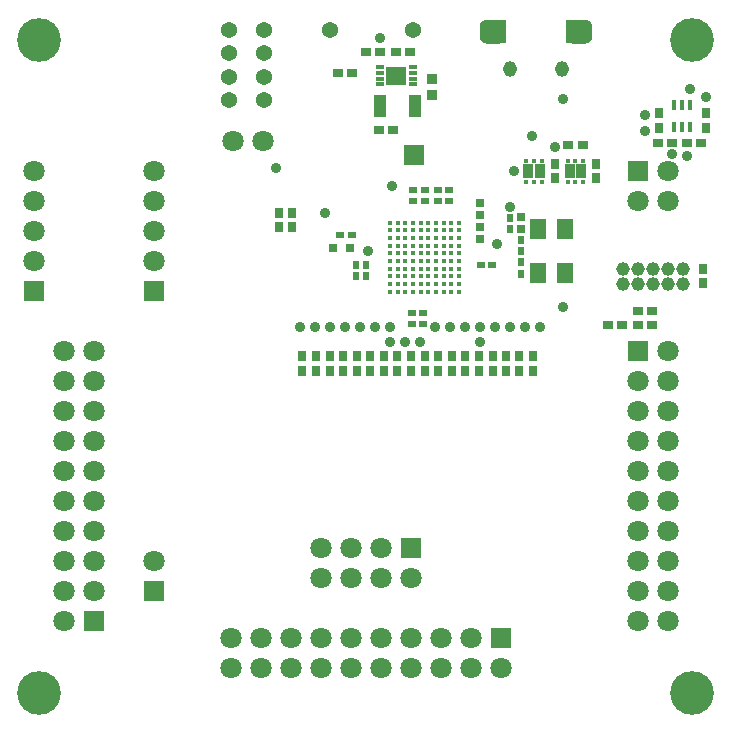
<source format=gbs>
G04 Layer_Color=16711935*
%FSLAX43Y43*%
%MOMM*%
G71*
G01*
G75*
%ADD57C,1.800*%
%ADD92R,0.600X0.750*%
%ADD93R,0.750X0.900*%
%ADD96R,0.750X0.600*%
%ADD97R,0.900X0.750*%
%ADD100R,0.800X0.800*%
%ADD101R,0.650X0.700*%
%ADD114R,1.800X1.800*%
%ADD115C,3.700*%
%ADD116R,1.800X1.800*%
G04:AMPARAMS|DCode=117|XSize=2.2mm|YSize=2mm|CornerRadius=0.544mm|HoleSize=0mm|Usage=FLASHONLY|Rotation=0.000|XOffset=0mm|YOffset=0mm|HoleType=Round|Shape=RoundedRectangle|*
%AMROUNDEDRECTD117*
21,1,2.200,0.912,0,0,0.0*
21,1,1.112,2.000,0,0,0.0*
1,1,1.088,0.556,-0.456*
1,1,1.088,-0.556,-0.456*
1,1,1.088,-0.556,0.456*
1,1,1.088,0.556,0.456*
%
%ADD117ROUNDEDRECTD117*%
G04:AMPARAMS|DCode=118|XSize=1.15mm|YSize=1.35mm|CornerRadius=0.575mm|HoleSize=0mm|Usage=FLASHONLY|Rotation=180.000|XOffset=0mm|YOffset=0mm|HoleType=Round|Shape=RoundedRectangle|*
%AMROUNDEDRECTD118*
21,1,1.150,0.200,0,0,180.0*
21,1,0.000,1.350,0,0,180.0*
1,1,1.150,0.000,0.100*
1,1,1.150,0.000,0.100*
1,1,1.150,0.000,-0.100*
1,1,1.150,0.000,-0.100*
%
%ADD118ROUNDEDRECTD118*%
%ADD119C,1.150*%
%ADD120C,0.900*%
%ADD121C,1.370*%
%ADD122R,0.820X1.150*%
%ADD123R,0.450X0.400*%
%ADD124R,1.050X1.850*%
%ADD125R,0.862X0.862*%
%ADD126R,0.450X0.950*%
%ADD127C,0.380*%
%ADD128R,0.700X0.350*%
%ADD129R,1.700X1.600*%
%ADD130R,1.400X1.700*%
G36*
X-11398Y-675D02*
X-11396Y-675D01*
X-11348Y-679D01*
X-11347Y-679D01*
X-11345Y-679D01*
X-11292Y-686D01*
X-11289Y-687D01*
X-11285Y-688D01*
X-11232Y-703D01*
X-11230Y-703D01*
X-11228Y-704D01*
X-11185Y-720D01*
X-11183Y-721D01*
X-11181Y-722D01*
X-11139Y-742D01*
X-11137Y-743D01*
X-11134Y-745D01*
X-11090Y-773D01*
X-11088Y-774D01*
X-11087Y-775D01*
X-11049Y-804D01*
X-11047Y-805D01*
X-11046Y-806D01*
X-11007Y-840D01*
X-11004Y-843D01*
X-11001Y-846D01*
X-10972Y-882D01*
X-10971Y-883D01*
X-10971Y-884D01*
X-10943Y-921D01*
X-10941Y-923D01*
X-10940Y-926D01*
X-10916Y-967D01*
X-10915Y-969D01*
X-10914Y-970D01*
X-10894Y-1012D01*
X-10893Y-1014D01*
X-10892Y-1016D01*
X-10876Y-1058D01*
X-10875Y-1061D01*
X-10874Y-1064D01*
X-10862Y-1115D01*
X-10862Y-1117D01*
X-10861Y-1119D01*
X-10854Y-1164D01*
X-10854Y-1166D01*
X-10854Y-1168D01*
X-10850Y-1221D01*
X-10850Y-1223D01*
X-10850Y-1225D01*
Y-2125D01*
X-10850Y-2127D01*
X-10850Y-2129D01*
X-10854Y-2184D01*
X-10854Y-2186D01*
X-10855Y-2189D01*
X-10863Y-2234D01*
X-10863Y-2235D01*
X-10863Y-2237D01*
X-10875Y-2287D01*
X-10876Y-2290D01*
X-10877Y-2294D01*
X-10893Y-2334D01*
X-10906Y-2366D01*
X-10908Y-2370D01*
X-10910Y-2373D01*
X-10935Y-2416D01*
X-10936Y-2418D01*
X-10937Y-2420D01*
X-10963Y-2457D01*
X-10964Y-2458D01*
X-10965Y-2460D01*
X-10996Y-2498D01*
X-10999Y-2500D01*
X-11001Y-2503D01*
X-11046Y-2544D01*
X-11048Y-2546D01*
X-11050Y-2547D01*
X-11090Y-2577D01*
X-11092Y-2578D01*
X-11093Y-2579D01*
X-11139Y-2609D01*
X-11142Y-2610D01*
X-11145Y-2612D01*
X-11198Y-2636D01*
X-11201Y-2637D01*
X-11205Y-2638D01*
X-11292Y-2664D01*
X-11297Y-2665D01*
X-11301Y-2666D01*
X-11301Y-2666D01*
X-11301Y-2666D01*
X-11301D01*
X-11395Y-2675D01*
X-11398Y-2675D01*
X-11400Y-2675D01*
X-13000D01*
X-13010Y-2674D01*
X-13019Y-2671D01*
X-13028Y-2667D01*
X-13036Y-2661D01*
X-13042Y-2653D01*
X-13046Y-2644D01*
X-13049Y-2635D01*
X-13050Y-2625D01*
Y-725D01*
X-13049Y-715D01*
X-13046Y-706D01*
X-13042Y-697D01*
X-13036Y-689D01*
X-13028Y-683D01*
X-13019Y-679D01*
X-13010Y-676D01*
X-13000Y-675D01*
X-11400D01*
X-11398Y-675D01*
D02*
G37*
G36*
X-18190Y-676D02*
X-18181Y-679D01*
X-18172Y-683D01*
X-18164Y-689D01*
X-18158Y-697D01*
X-18154Y-706D01*
X-18151Y-715D01*
X-18150Y-725D01*
Y-2625D01*
X-18151Y-2635D01*
X-18154Y-2644D01*
X-18158Y-2653D01*
X-18164Y-2661D01*
X-18172Y-2667D01*
X-18181Y-2671D01*
X-18190Y-2674D01*
X-18200Y-2675D01*
X-19800D01*
X-19802Y-2675D01*
X-19804Y-2675D01*
X-19852Y-2671D01*
X-19853Y-2671D01*
X-19855Y-2671D01*
X-19908Y-2664D01*
X-19911Y-2663D01*
X-19915Y-2662D01*
X-19968Y-2647D01*
X-19970Y-2647D01*
X-19972Y-2646D01*
X-20015Y-2630D01*
X-20017Y-2629D01*
X-20019Y-2628D01*
X-20061Y-2608D01*
X-20063Y-2607D01*
X-20066Y-2605D01*
X-20110Y-2577D01*
X-20112Y-2576D01*
X-20113Y-2575D01*
X-20151Y-2546D01*
X-20153Y-2545D01*
X-20154Y-2544D01*
X-20193Y-2510D01*
X-20196Y-2507D01*
X-20199Y-2504D01*
X-20228Y-2468D01*
X-20229Y-2467D01*
X-20229Y-2466D01*
X-20257Y-2429D01*
X-20259Y-2427D01*
X-20260Y-2424D01*
X-20284Y-2383D01*
X-20285Y-2381D01*
X-20286Y-2380D01*
X-20306Y-2338D01*
X-20307Y-2336D01*
X-20308Y-2334D01*
X-20324Y-2292D01*
X-20325Y-2289D01*
X-20326Y-2286D01*
X-20338Y-2235D01*
X-20338Y-2233D01*
X-20339Y-2231D01*
X-20346Y-2186D01*
X-20346Y-2184D01*
X-20346Y-2182D01*
X-20350Y-2129D01*
X-20350Y-2127D01*
X-20350Y-2125D01*
Y-1225D01*
X-20350Y-1223D01*
X-20350Y-1221D01*
X-20346Y-1166D01*
X-20346Y-1164D01*
X-20345Y-1161D01*
X-20337Y-1116D01*
X-20337Y-1115D01*
X-20337Y-1113D01*
X-20325Y-1063D01*
X-20324Y-1060D01*
X-20323Y-1056D01*
X-20307Y-1016D01*
X-20294Y-984D01*
X-20292Y-980D01*
X-20290Y-977D01*
X-20265Y-934D01*
X-20264Y-932D01*
X-20263Y-930D01*
X-20237Y-893D01*
X-20236Y-892D01*
X-20235Y-890D01*
X-20204Y-852D01*
X-20201Y-850D01*
X-20199Y-847D01*
X-20154Y-806D01*
X-20152Y-804D01*
X-20150Y-803D01*
X-20110Y-773D01*
X-20108Y-772D01*
X-20107Y-771D01*
X-20061Y-742D01*
X-20058Y-740D01*
X-20055Y-738D01*
X-20002Y-714D01*
X-19999Y-713D01*
X-19995Y-712D01*
X-19908Y-686D01*
X-19903Y-685D01*
X-19899Y-684D01*
X-19899Y-684D01*
X-19899Y-684D01*
X-19899D01*
X-19805Y-675D01*
X-19802Y-675D01*
X-19800Y-675D01*
X-18200D01*
X-18190Y-676D01*
D02*
G37*
D57*
X-4430Y-13490D02*
D03*
Y-16030D02*
D03*
X-6970D02*
D03*
X-47950Y-46510D02*
D03*
X-41430Y-55570D02*
D03*
X-31270Y-53030D02*
D03*
Y-55570D02*
D03*
X-33810D02*
D03*
Y-53030D02*
D03*
X-36350Y-55570D02*
D03*
Y-53030D02*
D03*
X-38890Y-55570D02*
D03*
Y-53030D02*
D03*
X-41430D02*
D03*
X-28730D02*
D03*
X-26190D02*
D03*
Y-55570D02*
D03*
X-23650Y-53030D02*
D03*
Y-55570D02*
D03*
X-21110Y-53030D02*
D03*
Y-55570D02*
D03*
X-18570D02*
D03*
X-28730D02*
D03*
X-55570Y-28730D02*
D03*
X-53030Y-38890D02*
D03*
X-55570D02*
D03*
Y-36350D02*
D03*
X-53030D02*
D03*
X-55570Y-33810D02*
D03*
X-53030D02*
D03*
X-55570Y-31270D02*
D03*
X-53030D02*
D03*
Y-28730D02*
D03*
Y-41430D02*
D03*
Y-43970D02*
D03*
X-55570D02*
D03*
X-53030Y-46510D02*
D03*
X-55570D02*
D03*
X-53030Y-49050D02*
D03*
X-55570D02*
D03*
Y-51590D02*
D03*
Y-41430D02*
D03*
X-47970Y-13490D02*
D03*
Y-16030D02*
D03*
Y-18570D02*
D03*
Y-21110D02*
D03*
X-41270Y-10950D02*
D03*
X-38730D02*
D03*
X-4430Y-38890D02*
D03*
Y-28730D02*
D03*
Y-31270D02*
D03*
X-6970D02*
D03*
X-4430Y-33810D02*
D03*
X-6970D02*
D03*
X-4430Y-36350D02*
D03*
X-6970D02*
D03*
Y-38890D02*
D03*
Y-51590D02*
D03*
Y-49050D02*
D03*
X-4430D02*
D03*
X-6970Y-46510D02*
D03*
X-4430D02*
D03*
X-6970Y-43970D02*
D03*
X-4430D02*
D03*
Y-41430D02*
D03*
X-6970D02*
D03*
X-4430Y-51590D02*
D03*
X-58130Y-21110D02*
D03*
Y-18570D02*
D03*
Y-16030D02*
D03*
Y-13490D02*
D03*
X-28730Y-45410D02*
D03*
X-31270D02*
D03*
X-33810D02*
D03*
X-26190Y-47950D02*
D03*
X-28730D02*
D03*
X-31270D02*
D03*
X-33810D02*
D03*
D92*
X-16900Y-22175D02*
D03*
Y-21225D02*
D03*
X-17800Y-17425D02*
D03*
Y-18375D02*
D03*
X-30000Y-21425D02*
D03*
Y-22375D02*
D03*
X-30875Y-21425D02*
D03*
Y-22375D02*
D03*
X-16900Y-19325D02*
D03*
Y-20275D02*
D03*
D93*
X-26175Y-29175D02*
D03*
Y-30375D02*
D03*
X-1450Y-22975D02*
D03*
Y-21775D02*
D03*
X-35375Y-29175D02*
D03*
Y-30375D02*
D03*
X-33075Y-29175D02*
D03*
Y-30375D02*
D03*
X-34225Y-29175D02*
D03*
Y-30375D02*
D03*
X-30775Y-29175D02*
D03*
Y-30375D02*
D03*
X-27325Y-29175D02*
D03*
Y-30375D02*
D03*
X-28475Y-29175D02*
D03*
Y-30375D02*
D03*
X-5200Y-8600D02*
D03*
Y-9800D02*
D03*
X-1200Y-9800D02*
D03*
Y-8600D02*
D03*
X-10500Y-14100D02*
D03*
Y-12900D02*
D03*
X-29625Y-29175D02*
D03*
Y-30375D02*
D03*
X-19275Y-29175D02*
D03*
Y-30375D02*
D03*
X-18150Y-29175D02*
D03*
Y-30375D02*
D03*
X-17000Y-29175D02*
D03*
Y-30375D02*
D03*
X-15850Y-29175D02*
D03*
Y-30375D02*
D03*
X-31925Y-30375D02*
D03*
Y-29175D02*
D03*
X-14000Y-12900D02*
D03*
Y-14100D02*
D03*
X-37375Y-18225D02*
D03*
Y-17025D02*
D03*
X-36225Y-17025D02*
D03*
Y-18225D02*
D03*
X-25025Y-30375D02*
D03*
Y-29175D02*
D03*
X-23875Y-30375D02*
D03*
Y-29175D02*
D03*
X-22725Y-30375D02*
D03*
Y-29175D02*
D03*
X-21575Y-30375D02*
D03*
Y-29175D02*
D03*
X-20425Y-30375D02*
D03*
Y-29175D02*
D03*
D96*
X-25025Y-16000D02*
D03*
X-25975D02*
D03*
X-25025Y-15100D02*
D03*
X-25975D02*
D03*
X-23875D02*
D03*
X-22925D02*
D03*
X-23875Y-16000D02*
D03*
X-22925D02*
D03*
X-31200Y-18900D02*
D03*
X-32150D02*
D03*
X-20275Y-21425D02*
D03*
X-19325D02*
D03*
X-26125Y-25500D02*
D03*
X-25175D02*
D03*
X-26125Y-26400D02*
D03*
X-25175D02*
D03*
D97*
X-30000Y-3400D02*
D03*
X-28800D02*
D03*
X-4100Y-11100D02*
D03*
X-5300D02*
D03*
X-1600D02*
D03*
X-2800D02*
D03*
X-5800Y-25350D02*
D03*
X-7000D02*
D03*
X-8300Y-26500D02*
D03*
X-9500D02*
D03*
X-7000D02*
D03*
X-5800D02*
D03*
X-27700Y-10025D02*
D03*
X-28900D02*
D03*
X-32400Y-5150D02*
D03*
X-31200D02*
D03*
X-27475Y-3400D02*
D03*
X-26275D02*
D03*
X-12850Y-11275D02*
D03*
X-11650D02*
D03*
D100*
X-32775Y-20000D02*
D03*
X-31375D02*
D03*
D101*
X-20300Y-16200D02*
D03*
Y-17200D02*
D03*
Y-19200D02*
D03*
Y-18200D02*
D03*
X-16900Y-17400D02*
D03*
Y-18400D02*
D03*
D114*
X-6970Y-13490D02*
D03*
X-47950Y-49050D02*
D03*
X-53030Y-51590D02*
D03*
X-47970Y-23650D02*
D03*
X-6970Y-28730D02*
D03*
X-58130Y-23650D02*
D03*
X-25925Y-12125D02*
D03*
D115*
X-57650Y-57650D02*
D03*
X-2350D02*
D03*
X-57650Y-2350D02*
D03*
X-2350D02*
D03*
D116*
X-18570Y-53030D02*
D03*
X-26190Y-45410D02*
D03*
D117*
X-11950Y-1675D02*
D03*
X-19250D02*
D03*
D118*
X-17825Y-4800D02*
D03*
X-13375D02*
D03*
D119*
X-3160Y-21740D02*
D03*
X-4430D02*
D03*
X-5700D02*
D03*
X-6970D02*
D03*
Y-23010D02*
D03*
X-5700D02*
D03*
X-4430D02*
D03*
X-3160D02*
D03*
X-8240D02*
D03*
Y-21740D02*
D03*
D120*
X-24130Y-26670D02*
D03*
X-28800Y-2225D02*
D03*
X-2575Y-6550D02*
D03*
X-4100Y-12025D02*
D03*
X-18900Y-19650D02*
D03*
X-26670Y-27940D02*
D03*
X-15925Y-10500D02*
D03*
X-31750Y-26670D02*
D03*
X-33020D02*
D03*
X-34290D02*
D03*
X-35560D02*
D03*
X-17475Y-13500D02*
D03*
X-27800Y-14775D02*
D03*
X-33425Y-17025D02*
D03*
X-29850Y-20250D02*
D03*
X-2800Y-12250D02*
D03*
X-6350Y-10050D02*
D03*
Y-8750D02*
D03*
X-1200Y-7250D02*
D03*
X-13275Y-7400D02*
D03*
X-27940Y-27940D02*
D03*
X-13300Y-24975D02*
D03*
X-20320Y-27940D02*
D03*
X-15240Y-26670D02*
D03*
X-16510D02*
D03*
X-17780D02*
D03*
X-19050D02*
D03*
X-20320D02*
D03*
X-21590D02*
D03*
X-22860D02*
D03*
X-27940D02*
D03*
X-25400Y-27940D02*
D03*
X-17780Y-16510D02*
D03*
X-13970Y-11430D02*
D03*
X-29210Y-26670D02*
D03*
X-30480D02*
D03*
X-37575Y-13200D02*
D03*
D121*
X-38600Y-3500D02*
D03*
X-41600Y-7500D02*
D03*
X-38600Y-5500D02*
D03*
X-41600D02*
D03*
Y-3500D02*
D03*
X-38600Y-1500D02*
D03*
X-41600D02*
D03*
X-26000D02*
D03*
X-38600Y-7500D02*
D03*
X-33000Y-1500D02*
D03*
D122*
X-15260Y-13500D02*
D03*
X-16240Y-13500D02*
D03*
X-12740Y-13500D02*
D03*
X-11760Y-13500D02*
D03*
D123*
X-15100Y-14375D02*
D03*
X-15750D02*
D03*
X-16400D02*
D03*
Y-12625D02*
D03*
X-15750D02*
D03*
X-15100D02*
D03*
X-12900D02*
D03*
X-12250D02*
D03*
X-11600D02*
D03*
Y-14375D02*
D03*
X-12250D02*
D03*
X-12900D02*
D03*
D124*
X-25875Y-7975D02*
D03*
X-28825D02*
D03*
D125*
X-24425Y-5676D02*
D03*
Y-7074D02*
D03*
D126*
X-3875Y-9725D02*
D03*
X-3225D02*
D03*
X-2575D02*
D03*
Y-7875D02*
D03*
X-3225D02*
D03*
X-3875D02*
D03*
D127*
X-22100Y-23700D02*
D03*
Y-23050D02*
D03*
Y-22400D02*
D03*
Y-21750D02*
D03*
Y-20450D02*
D03*
Y-19800D02*
D03*
Y-19150D02*
D03*
Y-21100D02*
D03*
X-22750D02*
D03*
X-23400D02*
D03*
X-24050D02*
D03*
X-24700D02*
D03*
X-25350D02*
D03*
X-26000D02*
D03*
X-26650D02*
D03*
X-27300D02*
D03*
X-27950D02*
D03*
X-22750Y-23700D02*
D03*
X-23400D02*
D03*
X-24050D02*
D03*
X-24700D02*
D03*
X-25350D02*
D03*
X-26000D02*
D03*
X-26650D02*
D03*
X-27300D02*
D03*
X-27950D02*
D03*
X-22750Y-23050D02*
D03*
X-23400D02*
D03*
X-24050D02*
D03*
X-24700D02*
D03*
X-25350D02*
D03*
X-26000D02*
D03*
X-26650D02*
D03*
X-27300D02*
D03*
X-27950D02*
D03*
X-22750Y-22400D02*
D03*
X-23400D02*
D03*
X-24050D02*
D03*
X-24700D02*
D03*
X-25350D02*
D03*
X-26000D02*
D03*
X-26650D02*
D03*
X-27300D02*
D03*
X-27950D02*
D03*
X-22750Y-21750D02*
D03*
X-23400D02*
D03*
X-24050D02*
D03*
X-24700D02*
D03*
X-25350D02*
D03*
X-26000D02*
D03*
X-26650D02*
D03*
X-27300D02*
D03*
X-27950D02*
D03*
X-22750Y-20450D02*
D03*
X-23400D02*
D03*
X-24050D02*
D03*
X-24700D02*
D03*
X-25350D02*
D03*
X-26000D02*
D03*
X-26650D02*
D03*
X-27300D02*
D03*
X-27950D02*
D03*
X-22750Y-19800D02*
D03*
X-23400D02*
D03*
X-24050D02*
D03*
X-24700D02*
D03*
X-25350D02*
D03*
X-26000D02*
D03*
X-26650D02*
D03*
X-27300D02*
D03*
X-27950D02*
D03*
X-22750Y-19150D02*
D03*
X-23400D02*
D03*
X-24050D02*
D03*
X-24700D02*
D03*
X-25350D02*
D03*
X-26000D02*
D03*
X-26650D02*
D03*
X-27300D02*
D03*
X-27950D02*
D03*
X-22100Y-18500D02*
D03*
X-22750D02*
D03*
X-23400D02*
D03*
X-24050D02*
D03*
X-24700D02*
D03*
X-25350D02*
D03*
X-26000D02*
D03*
X-26650D02*
D03*
X-27300D02*
D03*
X-27950D02*
D03*
X-22100Y-17850D02*
D03*
X-22750D02*
D03*
X-23400D02*
D03*
X-24050D02*
D03*
X-24700D02*
D03*
X-25350D02*
D03*
X-26000D02*
D03*
X-26650D02*
D03*
X-27300D02*
D03*
X-27950D02*
D03*
D128*
X-28825Y-4650D02*
D03*
Y-5150D02*
D03*
Y-6150D02*
D03*
Y-5650D02*
D03*
X-26025D02*
D03*
Y-6150D02*
D03*
Y-5150D02*
D03*
Y-4650D02*
D03*
D129*
X-27425Y-5400D02*
D03*
D130*
X-15400Y-22150D02*
D03*
Y-18350D02*
D03*
X-13100D02*
D03*
Y-22150D02*
D03*
M02*

</source>
